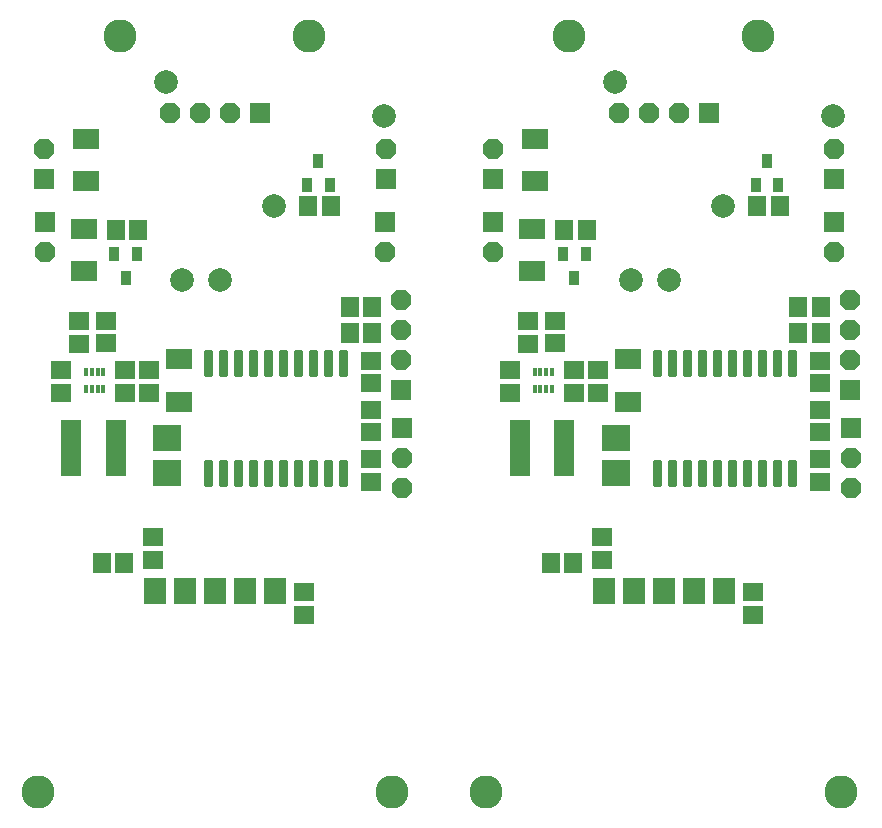
<source format=gbr>
G04 EAGLE Gerber RS-274X export*
G75*
%MOMM*%
%FSLAX34Y34*%
%LPD*%
%INSoldermask Bottom*%
%IPPOS*%
%AMOC8*
5,1,8,0,0,1.08239X$1,22.5*%
G01*
%ADD10C,2.803200*%
%ADD11R,2.403200X2.203200*%
%ADD12R,1.727200X1.727200*%
%ADD13P,1.869504X8X292.500000*%
%ADD14P,1.869504X8X112.500000*%
%ADD15R,1.703200X1.503200*%
%ADD16C,0.353406*%
%ADD17P,1.869504X8X202.500000*%
%ADD18C,2.003200*%
%ADD19R,1.981200X2.235200*%
%ADD20R,1.503200X1.703200*%
%ADD21R,2.303200X1.703200*%
%ADD22R,0.420000X0.760000*%
%ADD23R,1.703200X4.703200*%
%ADD24R,1.803200X1.503200*%
%ADD25R,0.914400X1.303200*%


D10*
X30000Y95000D03*
X330000Y95000D03*
X410000Y95000D03*
X710000Y95000D03*
X100000Y735000D03*
X260000Y735000D03*
X480000Y735000D03*
X640000Y735000D03*
D11*
X139696Y394622D03*
X139696Y364622D03*
D12*
X338374Y403138D03*
D13*
X338374Y377738D03*
X338374Y352338D03*
D12*
X337534Y435338D03*
D14*
X337534Y460738D03*
X337534Y486138D03*
X337534Y511538D03*
D15*
X312600Y440900D03*
X312600Y459900D03*
X312200Y376400D03*
X312200Y357400D03*
D16*
X172405Y447939D02*
X172405Y466937D01*
X176903Y466937D01*
X176903Y447939D01*
X172405Y447939D01*
X172405Y451296D02*
X176903Y451296D01*
X176903Y454653D02*
X172405Y454653D01*
X172405Y458010D02*
X176903Y458010D01*
X176903Y461367D02*
X172405Y461367D01*
X172405Y464724D02*
X176903Y464724D01*
X185105Y466937D02*
X185105Y447939D01*
X185105Y466937D02*
X189603Y466937D01*
X189603Y447939D01*
X185105Y447939D01*
X185105Y451296D02*
X189603Y451296D01*
X189603Y454653D02*
X185105Y454653D01*
X185105Y458010D02*
X189603Y458010D01*
X189603Y461367D02*
X185105Y461367D01*
X185105Y464724D02*
X189603Y464724D01*
X197805Y466937D02*
X197805Y447939D01*
X197805Y466937D02*
X202303Y466937D01*
X202303Y447939D01*
X197805Y447939D01*
X197805Y451296D02*
X202303Y451296D01*
X202303Y454653D02*
X197805Y454653D01*
X197805Y458010D02*
X202303Y458010D01*
X202303Y461367D02*
X197805Y461367D01*
X197805Y464724D02*
X202303Y464724D01*
X210505Y466937D02*
X210505Y447939D01*
X210505Y466937D02*
X215003Y466937D01*
X215003Y447939D01*
X210505Y447939D01*
X210505Y451296D02*
X215003Y451296D01*
X215003Y454653D02*
X210505Y454653D01*
X210505Y458010D02*
X215003Y458010D01*
X215003Y461367D02*
X210505Y461367D01*
X210505Y464724D02*
X215003Y464724D01*
X223205Y466937D02*
X223205Y447939D01*
X223205Y466937D02*
X227703Y466937D01*
X227703Y447939D01*
X223205Y447939D01*
X223205Y451296D02*
X227703Y451296D01*
X227703Y454653D02*
X223205Y454653D01*
X223205Y458010D02*
X227703Y458010D01*
X227703Y461367D02*
X223205Y461367D01*
X223205Y464724D02*
X227703Y464724D01*
X235905Y466937D02*
X235905Y447939D01*
X235905Y466937D02*
X240403Y466937D01*
X240403Y447939D01*
X235905Y447939D01*
X235905Y451296D02*
X240403Y451296D01*
X240403Y454653D02*
X235905Y454653D01*
X235905Y458010D02*
X240403Y458010D01*
X240403Y461367D02*
X235905Y461367D01*
X235905Y464724D02*
X240403Y464724D01*
X248605Y466937D02*
X248605Y447939D01*
X248605Y466937D02*
X253103Y466937D01*
X253103Y447939D01*
X248605Y447939D01*
X248605Y451296D02*
X253103Y451296D01*
X253103Y454653D02*
X248605Y454653D01*
X248605Y458010D02*
X253103Y458010D01*
X253103Y461367D02*
X248605Y461367D01*
X248605Y464724D02*
X253103Y464724D01*
X261305Y466937D02*
X261305Y447939D01*
X261305Y466937D02*
X265803Y466937D01*
X265803Y447939D01*
X261305Y447939D01*
X261305Y451296D02*
X265803Y451296D01*
X265803Y454653D02*
X261305Y454653D01*
X261305Y458010D02*
X265803Y458010D01*
X265803Y461367D02*
X261305Y461367D01*
X261305Y464724D02*
X265803Y464724D01*
X274005Y466937D02*
X274005Y447939D01*
X274005Y466937D02*
X278503Y466937D01*
X278503Y447939D01*
X274005Y447939D01*
X274005Y451296D02*
X278503Y451296D01*
X278503Y454653D02*
X274005Y454653D01*
X274005Y458010D02*
X278503Y458010D01*
X278503Y461367D02*
X274005Y461367D01*
X274005Y464724D02*
X278503Y464724D01*
X286705Y466937D02*
X286705Y447939D01*
X286705Y466937D02*
X291203Y466937D01*
X291203Y447939D01*
X286705Y447939D01*
X286705Y451296D02*
X291203Y451296D01*
X291203Y454653D02*
X286705Y454653D01*
X286705Y458010D02*
X291203Y458010D01*
X291203Y461367D02*
X286705Y461367D01*
X286705Y464724D02*
X291203Y464724D01*
X286705Y373837D02*
X286705Y354839D01*
X286705Y373837D02*
X291203Y373837D01*
X291203Y354839D01*
X286705Y354839D01*
X286705Y358196D02*
X291203Y358196D01*
X291203Y361553D02*
X286705Y361553D01*
X286705Y364910D02*
X291203Y364910D01*
X291203Y368267D02*
X286705Y368267D01*
X286705Y371624D02*
X291203Y371624D01*
X274005Y373837D02*
X274005Y354839D01*
X274005Y373837D02*
X278503Y373837D01*
X278503Y354839D01*
X274005Y354839D01*
X274005Y358196D02*
X278503Y358196D01*
X278503Y361553D02*
X274005Y361553D01*
X274005Y364910D02*
X278503Y364910D01*
X278503Y368267D02*
X274005Y368267D01*
X274005Y371624D02*
X278503Y371624D01*
X261305Y373837D02*
X261305Y354839D01*
X261305Y373837D02*
X265803Y373837D01*
X265803Y354839D01*
X261305Y354839D01*
X261305Y358196D02*
X265803Y358196D01*
X265803Y361553D02*
X261305Y361553D01*
X261305Y364910D02*
X265803Y364910D01*
X265803Y368267D02*
X261305Y368267D01*
X261305Y371624D02*
X265803Y371624D01*
X248605Y373837D02*
X248605Y354839D01*
X248605Y373837D02*
X253103Y373837D01*
X253103Y354839D01*
X248605Y354839D01*
X248605Y358196D02*
X253103Y358196D01*
X253103Y361553D02*
X248605Y361553D01*
X248605Y364910D02*
X253103Y364910D01*
X253103Y368267D02*
X248605Y368267D01*
X248605Y371624D02*
X253103Y371624D01*
X235905Y373837D02*
X235905Y354839D01*
X235905Y373837D02*
X240403Y373837D01*
X240403Y354839D01*
X235905Y354839D01*
X235905Y358196D02*
X240403Y358196D01*
X240403Y361553D02*
X235905Y361553D01*
X235905Y364910D02*
X240403Y364910D01*
X240403Y368267D02*
X235905Y368267D01*
X235905Y371624D02*
X240403Y371624D01*
X223205Y373837D02*
X223205Y354839D01*
X223205Y373837D02*
X227703Y373837D01*
X227703Y354839D01*
X223205Y354839D01*
X223205Y358196D02*
X227703Y358196D01*
X227703Y361553D02*
X223205Y361553D01*
X223205Y364910D02*
X227703Y364910D01*
X227703Y368267D02*
X223205Y368267D01*
X223205Y371624D02*
X227703Y371624D01*
X210505Y373837D02*
X210505Y354839D01*
X210505Y373837D02*
X215003Y373837D01*
X215003Y354839D01*
X210505Y354839D01*
X210505Y358196D02*
X215003Y358196D01*
X215003Y361553D02*
X210505Y361553D01*
X210505Y364910D02*
X215003Y364910D01*
X215003Y368267D02*
X210505Y368267D01*
X210505Y371624D02*
X215003Y371624D01*
X197805Y373837D02*
X197805Y354839D01*
X197805Y373837D02*
X202303Y373837D01*
X202303Y354839D01*
X197805Y354839D01*
X197805Y358196D02*
X202303Y358196D01*
X202303Y361553D02*
X197805Y361553D01*
X197805Y364910D02*
X202303Y364910D01*
X202303Y368267D02*
X197805Y368267D01*
X197805Y371624D02*
X202303Y371624D01*
X185105Y373837D02*
X185105Y354839D01*
X185105Y373837D02*
X189603Y373837D01*
X189603Y354839D01*
X185105Y354839D01*
X185105Y358196D02*
X189603Y358196D01*
X189603Y361553D02*
X185105Y361553D01*
X185105Y364910D02*
X189603Y364910D01*
X189603Y368267D02*
X185105Y368267D01*
X185105Y371624D02*
X189603Y371624D01*
X172405Y373837D02*
X172405Y354839D01*
X172405Y373837D02*
X176903Y373837D01*
X176903Y354839D01*
X172405Y354839D01*
X172405Y358196D02*
X176903Y358196D01*
X176903Y361553D02*
X172405Y361553D01*
X172405Y364910D02*
X176903Y364910D01*
X176903Y368267D02*
X172405Y368267D01*
X172405Y371624D02*
X176903Y371624D01*
D15*
X255400Y245000D03*
X255400Y264000D03*
D12*
X218100Y669500D03*
D17*
X192700Y669500D03*
X167300Y669500D03*
X141900Y669500D03*
D18*
X323500Y667300D03*
X184500Y527900D03*
X138700Y696200D03*
X152600Y528200D03*
D19*
X129200Y265000D03*
X154600Y265000D03*
X180000Y265000D03*
X205400Y265000D03*
X230800Y265000D03*
D15*
X128000Y291500D03*
X128000Y310500D03*
D20*
X103500Y289000D03*
X84500Y289000D03*
X313214Y483638D03*
X294214Y483638D03*
X313214Y505638D03*
X294214Y505638D03*
D12*
X324700Y613400D03*
D14*
X324700Y638800D03*
D12*
X35700Y613400D03*
D14*
X35700Y638800D03*
D21*
X70900Y611800D03*
X70900Y647800D03*
D15*
X312300Y418600D03*
X312300Y399600D03*
D22*
X85800Y435650D03*
X80800Y435650D03*
X75800Y435650D03*
X70800Y435650D03*
X70800Y450350D03*
X75800Y450350D03*
X80800Y450350D03*
X85800Y450350D03*
D23*
X96100Y385700D03*
X58100Y385700D03*
D15*
X49800Y432800D03*
X49800Y451800D03*
X103800Y433000D03*
X103800Y452000D03*
X124200Y433000D03*
X124200Y452000D03*
D24*
X65400Y474300D03*
X65400Y493300D03*
X88100Y493800D03*
X88100Y474800D03*
D21*
X150000Y425100D03*
X150000Y461100D03*
X68900Y571500D03*
X68900Y535500D03*
D12*
X35900Y577300D03*
D13*
X35900Y551900D03*
D12*
X324300Y577300D03*
D13*
X324300Y551900D03*
D25*
X95000Y550160D03*
X114000Y550160D03*
X104500Y529840D03*
D20*
X96100Y570600D03*
X115100Y570600D03*
D25*
X277300Y608740D03*
X258300Y608740D03*
X267800Y629060D03*
D20*
X259300Y590600D03*
X278300Y590600D03*
D18*
X230400Y590800D03*
D11*
X519696Y394622D03*
X519696Y364622D03*
D12*
X718374Y403138D03*
D13*
X718374Y377738D03*
X718374Y352338D03*
D12*
X717534Y435338D03*
D14*
X717534Y460738D03*
X717534Y486138D03*
X717534Y511538D03*
D15*
X692600Y440900D03*
X692600Y459900D03*
X692200Y376400D03*
X692200Y357400D03*
D16*
X552405Y447939D02*
X552405Y466937D01*
X556903Y466937D01*
X556903Y447939D01*
X552405Y447939D01*
X552405Y451296D02*
X556903Y451296D01*
X556903Y454653D02*
X552405Y454653D01*
X552405Y458010D02*
X556903Y458010D01*
X556903Y461367D02*
X552405Y461367D01*
X552405Y464724D02*
X556903Y464724D01*
X565105Y466937D02*
X565105Y447939D01*
X565105Y466937D02*
X569603Y466937D01*
X569603Y447939D01*
X565105Y447939D01*
X565105Y451296D02*
X569603Y451296D01*
X569603Y454653D02*
X565105Y454653D01*
X565105Y458010D02*
X569603Y458010D01*
X569603Y461367D02*
X565105Y461367D01*
X565105Y464724D02*
X569603Y464724D01*
X577805Y466937D02*
X577805Y447939D01*
X577805Y466937D02*
X582303Y466937D01*
X582303Y447939D01*
X577805Y447939D01*
X577805Y451296D02*
X582303Y451296D01*
X582303Y454653D02*
X577805Y454653D01*
X577805Y458010D02*
X582303Y458010D01*
X582303Y461367D02*
X577805Y461367D01*
X577805Y464724D02*
X582303Y464724D01*
X590505Y466937D02*
X590505Y447939D01*
X590505Y466937D02*
X595003Y466937D01*
X595003Y447939D01*
X590505Y447939D01*
X590505Y451296D02*
X595003Y451296D01*
X595003Y454653D02*
X590505Y454653D01*
X590505Y458010D02*
X595003Y458010D01*
X595003Y461367D02*
X590505Y461367D01*
X590505Y464724D02*
X595003Y464724D01*
X603205Y466937D02*
X603205Y447939D01*
X603205Y466937D02*
X607703Y466937D01*
X607703Y447939D01*
X603205Y447939D01*
X603205Y451296D02*
X607703Y451296D01*
X607703Y454653D02*
X603205Y454653D01*
X603205Y458010D02*
X607703Y458010D01*
X607703Y461367D02*
X603205Y461367D01*
X603205Y464724D02*
X607703Y464724D01*
X615905Y466937D02*
X615905Y447939D01*
X615905Y466937D02*
X620403Y466937D01*
X620403Y447939D01*
X615905Y447939D01*
X615905Y451296D02*
X620403Y451296D01*
X620403Y454653D02*
X615905Y454653D01*
X615905Y458010D02*
X620403Y458010D01*
X620403Y461367D02*
X615905Y461367D01*
X615905Y464724D02*
X620403Y464724D01*
X628605Y466937D02*
X628605Y447939D01*
X628605Y466937D02*
X633103Y466937D01*
X633103Y447939D01*
X628605Y447939D01*
X628605Y451296D02*
X633103Y451296D01*
X633103Y454653D02*
X628605Y454653D01*
X628605Y458010D02*
X633103Y458010D01*
X633103Y461367D02*
X628605Y461367D01*
X628605Y464724D02*
X633103Y464724D01*
X641305Y466937D02*
X641305Y447939D01*
X641305Y466937D02*
X645803Y466937D01*
X645803Y447939D01*
X641305Y447939D01*
X641305Y451296D02*
X645803Y451296D01*
X645803Y454653D02*
X641305Y454653D01*
X641305Y458010D02*
X645803Y458010D01*
X645803Y461367D02*
X641305Y461367D01*
X641305Y464724D02*
X645803Y464724D01*
X654005Y466937D02*
X654005Y447939D01*
X654005Y466937D02*
X658503Y466937D01*
X658503Y447939D01*
X654005Y447939D01*
X654005Y451296D02*
X658503Y451296D01*
X658503Y454653D02*
X654005Y454653D01*
X654005Y458010D02*
X658503Y458010D01*
X658503Y461367D02*
X654005Y461367D01*
X654005Y464724D02*
X658503Y464724D01*
X666705Y466937D02*
X666705Y447939D01*
X666705Y466937D02*
X671203Y466937D01*
X671203Y447939D01*
X666705Y447939D01*
X666705Y451296D02*
X671203Y451296D01*
X671203Y454653D02*
X666705Y454653D01*
X666705Y458010D02*
X671203Y458010D01*
X671203Y461367D02*
X666705Y461367D01*
X666705Y464724D02*
X671203Y464724D01*
X666705Y373837D02*
X666705Y354839D01*
X666705Y373837D02*
X671203Y373837D01*
X671203Y354839D01*
X666705Y354839D01*
X666705Y358196D02*
X671203Y358196D01*
X671203Y361553D02*
X666705Y361553D01*
X666705Y364910D02*
X671203Y364910D01*
X671203Y368267D02*
X666705Y368267D01*
X666705Y371624D02*
X671203Y371624D01*
X654005Y373837D02*
X654005Y354839D01*
X654005Y373837D02*
X658503Y373837D01*
X658503Y354839D01*
X654005Y354839D01*
X654005Y358196D02*
X658503Y358196D01*
X658503Y361553D02*
X654005Y361553D01*
X654005Y364910D02*
X658503Y364910D01*
X658503Y368267D02*
X654005Y368267D01*
X654005Y371624D02*
X658503Y371624D01*
X641305Y373837D02*
X641305Y354839D01*
X641305Y373837D02*
X645803Y373837D01*
X645803Y354839D01*
X641305Y354839D01*
X641305Y358196D02*
X645803Y358196D01*
X645803Y361553D02*
X641305Y361553D01*
X641305Y364910D02*
X645803Y364910D01*
X645803Y368267D02*
X641305Y368267D01*
X641305Y371624D02*
X645803Y371624D01*
X628605Y373837D02*
X628605Y354839D01*
X628605Y373837D02*
X633103Y373837D01*
X633103Y354839D01*
X628605Y354839D01*
X628605Y358196D02*
X633103Y358196D01*
X633103Y361553D02*
X628605Y361553D01*
X628605Y364910D02*
X633103Y364910D01*
X633103Y368267D02*
X628605Y368267D01*
X628605Y371624D02*
X633103Y371624D01*
X615905Y373837D02*
X615905Y354839D01*
X615905Y373837D02*
X620403Y373837D01*
X620403Y354839D01*
X615905Y354839D01*
X615905Y358196D02*
X620403Y358196D01*
X620403Y361553D02*
X615905Y361553D01*
X615905Y364910D02*
X620403Y364910D01*
X620403Y368267D02*
X615905Y368267D01*
X615905Y371624D02*
X620403Y371624D01*
X603205Y373837D02*
X603205Y354839D01*
X603205Y373837D02*
X607703Y373837D01*
X607703Y354839D01*
X603205Y354839D01*
X603205Y358196D02*
X607703Y358196D01*
X607703Y361553D02*
X603205Y361553D01*
X603205Y364910D02*
X607703Y364910D01*
X607703Y368267D02*
X603205Y368267D01*
X603205Y371624D02*
X607703Y371624D01*
X590505Y373837D02*
X590505Y354839D01*
X590505Y373837D02*
X595003Y373837D01*
X595003Y354839D01*
X590505Y354839D01*
X590505Y358196D02*
X595003Y358196D01*
X595003Y361553D02*
X590505Y361553D01*
X590505Y364910D02*
X595003Y364910D01*
X595003Y368267D02*
X590505Y368267D01*
X590505Y371624D02*
X595003Y371624D01*
X577805Y373837D02*
X577805Y354839D01*
X577805Y373837D02*
X582303Y373837D01*
X582303Y354839D01*
X577805Y354839D01*
X577805Y358196D02*
X582303Y358196D01*
X582303Y361553D02*
X577805Y361553D01*
X577805Y364910D02*
X582303Y364910D01*
X582303Y368267D02*
X577805Y368267D01*
X577805Y371624D02*
X582303Y371624D01*
X565105Y373837D02*
X565105Y354839D01*
X565105Y373837D02*
X569603Y373837D01*
X569603Y354839D01*
X565105Y354839D01*
X565105Y358196D02*
X569603Y358196D01*
X569603Y361553D02*
X565105Y361553D01*
X565105Y364910D02*
X569603Y364910D01*
X569603Y368267D02*
X565105Y368267D01*
X565105Y371624D02*
X569603Y371624D01*
X552405Y373837D02*
X552405Y354839D01*
X552405Y373837D02*
X556903Y373837D01*
X556903Y354839D01*
X552405Y354839D01*
X552405Y358196D02*
X556903Y358196D01*
X556903Y361553D02*
X552405Y361553D01*
X552405Y364910D02*
X556903Y364910D01*
X556903Y368267D02*
X552405Y368267D01*
X552405Y371624D02*
X556903Y371624D01*
D15*
X635400Y245000D03*
X635400Y264000D03*
D12*
X598100Y669500D03*
D17*
X572700Y669500D03*
X547300Y669500D03*
X521900Y669500D03*
D18*
X703500Y667300D03*
X564500Y527900D03*
X518700Y696200D03*
X532600Y528200D03*
D19*
X509200Y265000D03*
X534600Y265000D03*
X560000Y265000D03*
X585400Y265000D03*
X610800Y265000D03*
D15*
X508000Y291500D03*
X508000Y310500D03*
D20*
X483500Y289000D03*
X464500Y289000D03*
X693214Y483638D03*
X674214Y483638D03*
X693214Y505638D03*
X674214Y505638D03*
D12*
X704700Y613400D03*
D14*
X704700Y638800D03*
D12*
X415700Y613400D03*
D14*
X415700Y638800D03*
D21*
X450900Y611800D03*
X450900Y647800D03*
D15*
X692300Y418600D03*
X692300Y399600D03*
D22*
X465800Y435650D03*
X460800Y435650D03*
X455800Y435650D03*
X450800Y435650D03*
X450800Y450350D03*
X455800Y450350D03*
X460800Y450350D03*
X465800Y450350D03*
D23*
X476100Y385700D03*
X438100Y385700D03*
D15*
X429800Y432800D03*
X429800Y451800D03*
X483800Y433000D03*
X483800Y452000D03*
X504200Y433000D03*
X504200Y452000D03*
D24*
X445400Y474300D03*
X445400Y493300D03*
X468100Y493800D03*
X468100Y474800D03*
D21*
X530000Y425100D03*
X530000Y461100D03*
X448900Y571500D03*
X448900Y535500D03*
D12*
X415900Y577300D03*
D13*
X415900Y551900D03*
D12*
X704300Y577300D03*
D13*
X704300Y551900D03*
D25*
X475000Y550160D03*
X494000Y550160D03*
X484500Y529840D03*
D20*
X476100Y570600D03*
X495100Y570600D03*
D25*
X657300Y608740D03*
X638300Y608740D03*
X647800Y629060D03*
D20*
X639300Y590600D03*
X658300Y590600D03*
D18*
X610400Y590800D03*
M02*

</source>
